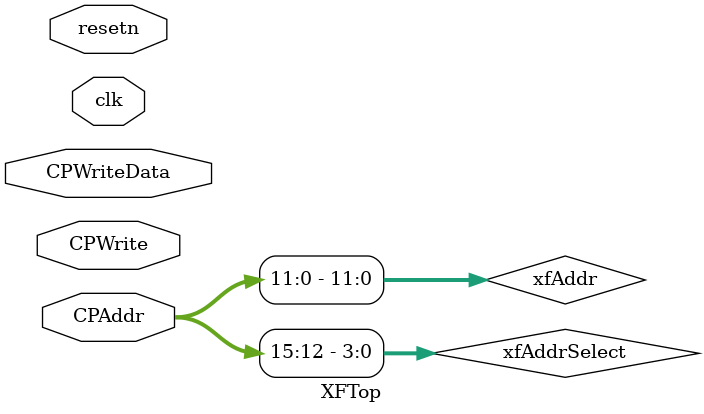
<source format=v>

/*
 * XF
 * rainbain
 * 7/4/2023
 * Orca Emulator
 *
 * XF's Top Level Logic
*/

module XFTop(
    //
    // Top Level
    //

    input wire clk, input wire resetn,

    //
    // CP Bus
    //

    input wire[15:0] CPAddr, input wire CPWrite,
    input wire[31:0] CPWriteData
);

/*
 * CP Address Decoder
*/

wire[3:0] xfAddrSelect = CPAddr[15:12];
wire[11:0] xfAddr = CPAddr[11:0];

wire CPWriteMatrix = (xfAddrSelect == 0) & CPWrite;
wire CPWriteControl = (xfAddrSelect == 1) & CPWrite;


/*
 * Transform Unit
*/

TransformUnit transformUnit(
    .clk(clk), .resetn(resetn),

    .CPAddr(xfAddr), .CPWriteData(CPWriteData),
    .CPWriteMatrix(CPWriteMatrix)
);

endmodule
</source>
